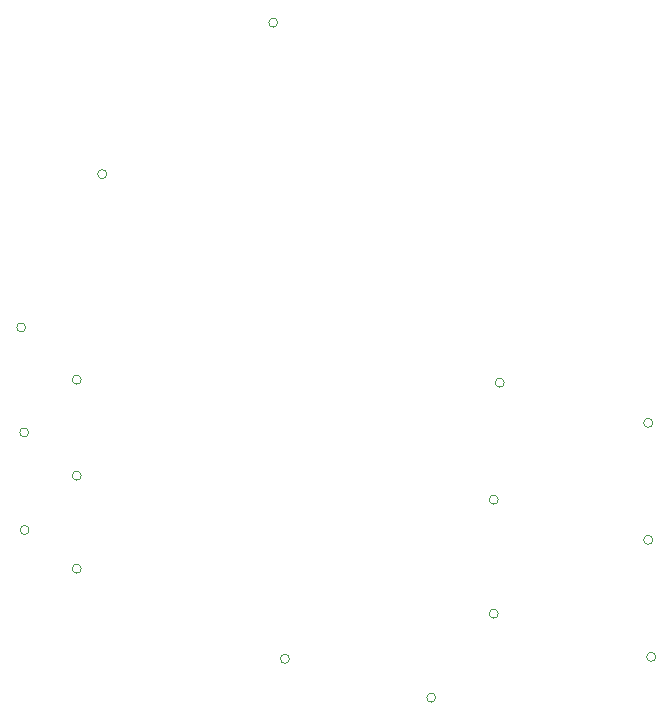
<source format=gbo>
%TF.GenerationSoftware,KiCad,Pcbnew,(6.0.9)*%
%TF.CreationDate,2022-12-21T18:09:38-05:00*%
%TF.ProjectId,MotorTestingFixture,4d6f746f-7254-4657-9374-696e67466978,v1*%
%TF.SameCoordinates,Original*%
%TF.FileFunction,Legend,Bot*%
%TF.FilePolarity,Positive*%
%FSLAX46Y46*%
G04 Gerber Fmt 4.6, Leading zero omitted, Abs format (unit mm)*
G04 Created by KiCad (PCBNEW (6.0.9)) date 2022-12-21 18:09:38*
%MOMM*%
%LPD*%
G01*
G04 APERTURE LIST*
%ADD10C,0.120000*%
G04 APERTURE END LIST*
D10*
%TO.C,J4*%
X138981000Y-102362000D02*
G75*
G03*
X138981000Y-102362000I-381000J0D01*
G01*
%TO.C,J10*%
X144272000Y-95250000D02*
G75*
G03*
X144272000Y-95250000I-381000J0D01*
G01*
%TO.C,J13*%
X104558501Y-88162000D02*
G75*
G03*
X104558501Y-88162000I-381000J0D01*
G01*
%TO.C,J15*%
X157353000Y-79097000D02*
G75*
G03*
X157353000Y-79097000I-381000J0D01*
G01*
%TO.C,J11*%
X144272000Y-85598000D02*
G75*
G03*
X144272000Y-85598000I-381000J0D01*
G01*
%TO.C,J17*%
X157607000Y-98909000D02*
G75*
G03*
X157607000Y-98909000I-381000J0D01*
G01*
%TO.C,J7*%
X108966000Y-91440000D02*
G75*
G03*
X108966000Y-91440000I-381000J0D01*
G01*
%TO.C,J12*%
X104267000Y-71017000D02*
G75*
G03*
X104267000Y-71017000I-381000J0D01*
G01*
%TO.C,J8*%
X108966000Y-83566000D02*
G75*
G03*
X108966000Y-83566000I-381000J0D01*
G01*
%TO.C,J3*%
X111125000Y-58039000D02*
G75*
G03*
X111125000Y-58039000I-381000J0D01*
G01*
%TO.C,J5*%
X126592000Y-99070000D02*
G75*
G03*
X126592000Y-99070000I-381000J0D01*
G01*
%TO.C,J6*%
X108966000Y-75438000D02*
G75*
G03*
X108966000Y-75438000I-381000J0D01*
G01*
%TO.C,J16*%
X157353000Y-89003000D02*
G75*
G03*
X157353000Y-89003000I-381000J0D01*
G01*
%TO.C,J9*%
X144780000Y-75692000D02*
G75*
G03*
X144780000Y-75692000I-381000J0D01*
G01*
%TO.C,J2*%
X125603000Y-45212000D02*
G75*
G03*
X125603000Y-45212000I-381000J0D01*
G01*
%TO.C,J14*%
X104521000Y-79907000D02*
G75*
G03*
X104521000Y-79907000I-381000J0D01*
G01*
%TD*%
M02*

</source>
